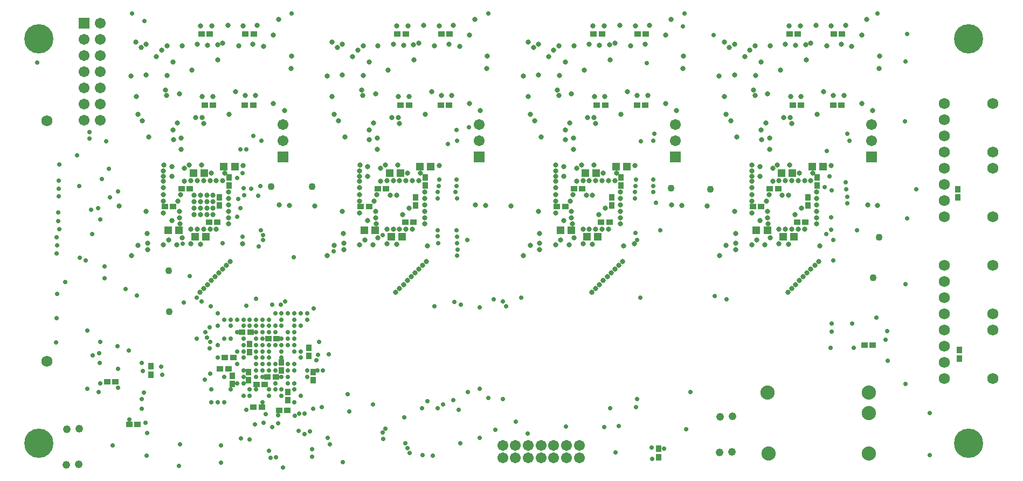
<source format=gbs>
%FSLAX24Y24*%
%MOIN*%
G70*
G01*
G75*
G04 Layer_Color=16711935*
G04 Layer_Color=16711935*
%ADD10R,0.0394X0.0433*%
%ADD11C,0.0197*%
%ADD12C,0.0177*%
%ADD13R,0.0433X0.0394*%
%ADD14R,0.0669X0.0177*%
%ADD15R,0.0669X0.0177*%
%ADD16R,0.0197X0.0591*%
%ADD17R,0.0630X0.0512*%
%ADD18R,0.3000X0.2900*%
%ADD19R,0.1500X0.0500*%
%ADD20R,0.0630X0.0709*%
%ADD21R,0.0866X0.0787*%
%ADD22R,0.0787X0.0866*%
%ADD23R,0.0945X0.1024*%
%ADD24R,0.0709X0.0630*%
%ADD25R,0.0748X0.0197*%
%ADD26R,0.0197X0.0748*%
%ADD27R,0.0551X0.0787*%
%ADD28R,0.1732X0.1441*%
%ADD29R,0.0827X0.0354*%
%ADD30R,0.0827X0.0354*%
%ADD31R,0.0276X0.0354*%
%ADD32R,0.0512X0.0630*%
%ADD33R,0.0807X0.0236*%
%ADD34R,0.0157X0.0846*%
%ADD35C,0.0090*%
%ADD36C,0.0070*%
%ADD37C,0.0060*%
%ADD38C,0.0160*%
%ADD39C,0.0120*%
%ADD40C,0.0100*%
%ADD41C,0.0080*%
%ADD42C,0.0300*%
%ADD43C,0.0250*%
%ADD44R,0.0591X0.0591*%
%ADD45C,0.0591*%
%ADD46C,0.0800*%
%ADD47C,0.0600*%
%ADD48C,0.1732*%
%ADD49C,0.1732*%
%ADD50C,0.0200*%
%ADD51C,0.0400*%
%ADD52C,0.0212*%
%ADD53C,0.0240*%
%ADD54C,0.0350*%
%ADD55R,0.0354X0.0276*%
%ADD56C,0.0140*%
%ADD57C,0.0098*%
%ADD58C,0.0079*%
%ADD59C,0.0200*%
%ADD60C,0.0050*%
%ADD61R,0.0474X0.0513*%
%ADD62C,0.0277*%
%ADD63C,0.0217*%
%ADD64R,0.0513X0.0474*%
%ADD65R,0.0749X0.0257*%
%ADD66R,0.0749X0.0257*%
%ADD67R,0.0277X0.0671*%
%ADD68R,0.0710X0.0592*%
%ADD69R,0.3080X0.2980*%
%ADD70R,0.1580X0.0580*%
%ADD71R,0.0710X0.0789*%
%ADD72R,0.0946X0.0867*%
%ADD73R,0.0867X0.0946*%
%ADD74R,0.1025X0.1104*%
%ADD75R,0.0789X0.0710*%
%ADD76R,0.0828X0.0277*%
%ADD77R,0.0277X0.0828*%
%ADD78R,0.0631X0.0867*%
%ADD79R,0.1812X0.1521*%
%ADD80R,0.0907X0.0434*%
%ADD81R,0.0907X0.0434*%
%ADD82R,0.0356X0.0434*%
%ADD83R,0.0592X0.0710*%
%ADD84R,0.0887X0.0316*%
%ADD85R,0.0237X0.0926*%
%ADD86R,0.0671X0.0671*%
%ADD87C,0.0671*%
%ADD88C,0.0880*%
%ADD89C,0.0680*%
%ADD90C,0.1812*%
%ADD91C,0.1812*%
%ADD92C,0.0280*%
%ADD93C,0.0480*%
%ADD94C,0.0292*%
%ADD95C,0.0320*%
%ADD96C,0.0430*%
%ADD97R,0.0434X0.0356*%
D64*
X32146Y45276D02*
D03*
X32815D02*
D03*
X33936Y49606D02*
D03*
X34606D02*
D03*
X30491Y45669D02*
D03*
X31161D02*
D03*
X32717Y49213D02*
D03*
X32047D02*
D03*
X44941Y45276D02*
D03*
X44272D02*
D03*
X46732Y49606D02*
D03*
X46062D02*
D03*
X43287Y45669D02*
D03*
X42617D02*
D03*
X44173Y49213D02*
D03*
X44843D02*
D03*
X56968D02*
D03*
X56299D02*
D03*
X54743Y45669D02*
D03*
X55413D02*
D03*
X58188Y49606D02*
D03*
X58858D02*
D03*
X56398Y45276D02*
D03*
X57067D02*
D03*
X69094Y49213D02*
D03*
X68425D02*
D03*
X66869Y45669D02*
D03*
X67539D02*
D03*
X70314Y49606D02*
D03*
X70984D02*
D03*
X68524Y45276D02*
D03*
X69193D02*
D03*
D82*
X29429Y37264D02*
D03*
Y36752D02*
D03*
X33661Y47716D02*
D03*
Y47204D02*
D03*
X34252Y48446D02*
D03*
Y48957D02*
D03*
X45787Y47204D02*
D03*
Y47716D02*
D03*
X46378Y48957D02*
D03*
Y48446D02*
D03*
X58504D02*
D03*
Y48957D02*
D03*
X57913Y47716D02*
D03*
Y47204D02*
D03*
X70630Y48446D02*
D03*
Y48957D02*
D03*
X70039Y47716D02*
D03*
Y47204D02*
D03*
X79331Y47696D02*
D03*
Y48208D02*
D03*
X79429Y37755D02*
D03*
Y38267D02*
D03*
X60827Y32165D02*
D03*
Y31653D02*
D03*
X37500Y37506D02*
D03*
Y36994D02*
D03*
X35512Y38130D02*
D03*
Y38642D02*
D03*
X34449Y36161D02*
D03*
Y36673D02*
D03*
X37894Y35689D02*
D03*
Y35177D02*
D03*
X39200Y38406D02*
D03*
Y37894D02*
D03*
X39450Y36906D02*
D03*
Y36394D02*
D03*
X35450Y36906D02*
D03*
Y36394D02*
D03*
D86*
X73978Y50200D02*
D03*
X61852D02*
D03*
X37600D02*
D03*
X49726D02*
D03*
X25295Y58465D02*
D03*
D87*
X73978Y51200D02*
D03*
Y52200D02*
D03*
X61852Y51200D02*
D03*
Y52200D02*
D03*
X37600Y51200D02*
D03*
Y52200D02*
D03*
X55906Y32382D02*
D03*
Y31594D02*
D03*
X55118Y32382D02*
D03*
Y31594D02*
D03*
X54331Y32382D02*
D03*
Y31594D02*
D03*
X53543Y32382D02*
D03*
Y31594D02*
D03*
X52756Y32382D02*
D03*
Y31594D02*
D03*
X51968Y32382D02*
D03*
Y31594D02*
D03*
X51181Y32382D02*
D03*
Y31594D02*
D03*
X49726Y52200D02*
D03*
Y51200D02*
D03*
X26295Y58465D02*
D03*
X25295Y57465D02*
D03*
X26295D02*
D03*
X25295Y56465D02*
D03*
X26295D02*
D03*
X25295Y55465D02*
D03*
X26295D02*
D03*
X25295Y54465D02*
D03*
X26295D02*
D03*
X25295Y53465D02*
D03*
X26295D02*
D03*
X25295Y52465D02*
D03*
X26295D02*
D03*
D88*
X73819Y31890D02*
D03*
Y34390D02*
D03*
Y35640D02*
D03*
X67569D02*
D03*
X67619Y31890D02*
D03*
D89*
X22972Y37573D02*
D03*
Y52427D02*
D03*
X81500Y36500D02*
D03*
Y39500D02*
D03*
X78500Y36500D02*
D03*
Y37500D02*
D03*
Y39500D02*
D03*
Y38500D02*
D03*
X81500Y46500D02*
D03*
Y49500D02*
D03*
X78500Y46500D02*
D03*
Y47500D02*
D03*
Y49500D02*
D03*
Y48500D02*
D03*
X81500Y40500D02*
D03*
Y43500D02*
D03*
X78500Y40500D02*
D03*
Y41500D02*
D03*
Y43500D02*
D03*
Y42500D02*
D03*
X81500Y50500D02*
D03*
Y53500D02*
D03*
X78500Y50500D02*
D03*
Y51500D02*
D03*
Y53500D02*
D03*
Y52500D02*
D03*
D90*
X80000Y32500D02*
D03*
D91*
Y57500D02*
D03*
X22500Y32500D02*
D03*
Y57500D02*
D03*
D92*
X22402Y56043D02*
D03*
X31811Y42835D02*
D03*
X31457Y41201D02*
D03*
X23740Y49744D02*
D03*
X23711Y48750D02*
D03*
X23719Y48250D02*
D03*
X23720Y47776D02*
D03*
X23740Y45748D02*
D03*
X23701Y46240D02*
D03*
Y46772D02*
D03*
X23583Y45236D02*
D03*
X23622Y44744D02*
D03*
X23583Y44232D02*
D03*
X23624Y41750D02*
D03*
X23589Y40250D02*
D03*
X23563Y38740D02*
D03*
X28041Y38258D02*
D03*
X28976Y35630D02*
D03*
X28839Y35236D02*
D03*
X28868Y37490D02*
D03*
X30049Y37234D02*
D03*
X28927Y36978D02*
D03*
X30118Y36752D02*
D03*
X26280Y38760D02*
D03*
X27362Y38504D02*
D03*
X26220Y38091D02*
D03*
X27382Y37106D02*
D03*
X26289Y36211D02*
D03*
X27392Y35955D02*
D03*
X26201Y35689D02*
D03*
X25807Y37933D02*
D03*
X26250Y37490D02*
D03*
X25492Y35866D02*
D03*
Y39488D02*
D03*
X36083Y44665D02*
D03*
X33839Y44862D02*
D03*
X36220Y45669D02*
D03*
X36339Y45374D02*
D03*
X34961Y47028D02*
D03*
X32874Y39035D02*
D03*
X32795Y39370D02*
D03*
X35200Y47858D02*
D03*
X36063Y47815D02*
D03*
X34764Y46496D02*
D03*
X34823Y47618D02*
D03*
X36201Y48406D02*
D03*
X35157Y48268D02*
D03*
X35630Y48228D02*
D03*
X47165Y45669D02*
D03*
X48327Y45669D02*
D03*
X36909Y41083D02*
D03*
X37461Y41063D02*
D03*
X37736Y41260D02*
D03*
X48366Y47638D02*
D03*
X48268Y48031D02*
D03*
X48346Y45276D02*
D03*
X48366Y44882D02*
D03*
X48386Y44488D02*
D03*
X48346Y44094D02*
D03*
X48307Y48425D02*
D03*
X48307Y48819D02*
D03*
X47244D02*
D03*
X47224Y48425D02*
D03*
X47146Y45295D02*
D03*
X47185Y44862D02*
D03*
X47165Y48031D02*
D03*
Y47638D02*
D03*
X60669Y47382D02*
D03*
X60472Y48031D02*
D03*
Y48425D02*
D03*
X60472Y48819D02*
D03*
X59409D02*
D03*
X59390Y48425D02*
D03*
X59370Y48031D02*
D03*
X59370Y47638D02*
D03*
X72500Y47343D02*
D03*
X72500Y47756D02*
D03*
X72421Y48209D02*
D03*
X72382Y48642D02*
D03*
X71535Y48150D02*
D03*
X71496Y46476D02*
D03*
X71201Y45453D02*
D03*
X71102Y48327D02*
D03*
X40433Y38012D02*
D03*
X39744Y37992D02*
D03*
X39705Y37008D02*
D03*
X71614Y43819D02*
D03*
X71476Y45709D02*
D03*
X39665Y37638D02*
D03*
X73071Y45669D02*
D03*
X71614Y45079D02*
D03*
X31161Y31102D02*
D03*
X29154Y31752D02*
D03*
X31219Y32442D02*
D03*
X29193Y33130D02*
D03*
X76181Y46398D02*
D03*
X76043Y52402D02*
D03*
X76083Y42343D02*
D03*
Y36181D02*
D03*
X74282Y40285D02*
D03*
X74862Y38917D02*
D03*
X72872Y38423D02*
D03*
X71535Y39921D02*
D03*
X33740Y32382D02*
D03*
X33760Y31299D02*
D03*
X27047Y32362D02*
D03*
X45433Y31909D02*
D03*
X52717Y33110D02*
D03*
X45276Y32205D02*
D03*
X50728Y33327D02*
D03*
X45138Y32520D02*
D03*
X55098Y33543D02*
D03*
X46220Y31772D02*
D03*
X46850Y31752D02*
D03*
X48543Y32520D02*
D03*
X49764Y32835D02*
D03*
X48110Y35177D02*
D03*
X51181Y41280D02*
D03*
X51378Y40984D02*
D03*
X59390Y45512D02*
D03*
X60925Y45669D02*
D03*
X35335Y41024D02*
D03*
X35925Y41457D02*
D03*
X46968Y40984D02*
D03*
X39390Y32126D02*
D03*
Y31673D02*
D03*
X59488Y45079D02*
D03*
X40039Y37008D02*
D03*
X59685Y41516D02*
D03*
X71459Y38423D02*
D03*
X74980Y37598D02*
D03*
X76752Y48209D02*
D03*
X74961Y39429D02*
D03*
X71510Y39423D02*
D03*
X43150Y34921D02*
D03*
X47480D02*
D03*
X47165Y34665D02*
D03*
X41693Y34488D02*
D03*
X32559Y41280D02*
D03*
X32264Y38976D02*
D03*
X32756Y36457D02*
D03*
X40354Y32854D02*
D03*
X49744Y40925D02*
D03*
Y35866D02*
D03*
X45098Y34094D02*
D03*
X37303Y33740D02*
D03*
X36909Y33504D02*
D03*
X43780Y32776D02*
D03*
X43760Y33169D02*
D03*
X46201Y34685D02*
D03*
X46535Y35118D02*
D03*
X50295Y35315D02*
D03*
X38917Y33071D02*
D03*
X36831Y31614D02*
D03*
X59488Y35256D02*
D03*
X59409Y34756D02*
D03*
X57815Y34665D02*
D03*
X57461Y33524D02*
D03*
X58169Y31929D02*
D03*
X58367Y33582D02*
D03*
X62520Y33386D02*
D03*
X29094Y33760D02*
D03*
X28071Y33977D02*
D03*
X60433Y31555D02*
D03*
X61162Y32165D02*
D03*
X60396Y32242D02*
D03*
X51201Y35256D02*
D03*
X51988Y33852D02*
D03*
X24134Y42461D02*
D03*
X26299Y46339D02*
D03*
X28248Y59075D02*
D03*
X62421D02*
D03*
X50295D02*
D03*
X38110D02*
D03*
X26654Y51161D02*
D03*
X26398Y48858D02*
D03*
X25630Y51339D02*
D03*
X25610Y51752D02*
D03*
X36240Y51201D02*
D03*
X48366D02*
D03*
X60492D02*
D03*
X72618D02*
D03*
X74350Y59075D02*
D03*
X26811Y49488D02*
D03*
X24852Y50305D02*
D03*
X26890Y47697D02*
D03*
X72480Y51654D02*
D03*
X59724Y51161D02*
D03*
X60551Y51654D02*
D03*
X49094Y52028D02*
D03*
X47776Y51004D02*
D03*
X35748Y51496D02*
D03*
X35098Y49213D02*
D03*
X34941Y50689D02*
D03*
X25374Y43819D02*
D03*
X26555Y43445D02*
D03*
X71378Y49016D02*
D03*
X71220Y50591D02*
D03*
X35315Y50669D02*
D03*
X34764Y48917D02*
D03*
X27402Y48091D02*
D03*
X24980Y48406D02*
D03*
X60098Y56004D02*
D03*
X62323Y58287D02*
D03*
X29016Y58622D02*
D03*
X25709Y46949D02*
D03*
X48307Y51890D02*
D03*
X43760Y45374D02*
D03*
X36339Y45079D02*
D03*
X35098Y45276D02*
D03*
X31378Y44843D02*
D03*
X26142Y47047D02*
D03*
X64213Y57736D02*
D03*
X25787Y45433D02*
D03*
X26555Y42717D02*
D03*
X25020Y43976D02*
D03*
X50610Y41398D02*
D03*
X64291Y41594D02*
D03*
X38268Y44016D02*
D03*
X27854Y42047D02*
D03*
X36516Y34311D02*
D03*
X35000Y32795D02*
D03*
X28839Y34626D02*
D03*
X28563Y41634D02*
D03*
X38583Y34350D02*
D03*
X38327Y34193D02*
D03*
X38543Y33268D02*
D03*
X35531Y32736D02*
D03*
X36732Y32047D02*
D03*
X62795Y35669D02*
D03*
X65020Y41398D02*
D03*
X52323Y41516D02*
D03*
X48583Y41083D02*
D03*
X49016Y35669D02*
D03*
X39252Y33228D02*
D03*
X37598Y31024D02*
D03*
X39980Y34744D02*
D03*
X36378Y33780D02*
D03*
X41594Y35531D02*
D03*
X32264Y41516D02*
D03*
X76181Y57815D02*
D03*
X76102Y56102D02*
D03*
X39823Y38780D02*
D03*
X77579Y34370D02*
D03*
X77598Y31772D02*
D03*
X40728Y44370D02*
D03*
X48976Y45079D02*
D03*
X48189Y41240D02*
D03*
X48465Y34567D02*
D03*
X40492Y32441D02*
D03*
X37165Y31634D02*
D03*
X35866Y33681D02*
D03*
X38937Y34331D02*
D03*
X37303Y34232D02*
D03*
X72774Y39923D02*
D03*
X43917Y33425D02*
D03*
X41280Y31339D02*
D03*
D93*
X65354Y31969D02*
D03*
X65374Y34173D02*
D03*
X64606Y34154D02*
D03*
X64587Y31949D02*
D03*
X24980Y33406D02*
D03*
X24961Y31201D02*
D03*
X24193Y31181D02*
D03*
X24213Y33386D02*
D03*
D94*
X33563Y40551D02*
D03*
Y37795D02*
D03*
X33091Y36811D02*
D03*
X35138Y36220D02*
D03*
Y35433D02*
D03*
Y36614D02*
D03*
X34744Y36220D02*
D03*
X34350Y35827D02*
D03*
X33169Y35039D02*
D03*
X33563D02*
D03*
X33130Y40984D02*
D03*
X34744Y40157D02*
D03*
X35138D02*
D03*
X35531D02*
D03*
X35925D02*
D03*
X34350D02*
D03*
X33957D02*
D03*
X33563Y39764D02*
D03*
X33051Y39685D02*
D03*
X34350Y39764D02*
D03*
X34744Y39370D02*
D03*
X34350Y38976D02*
D03*
X33957D02*
D03*
X33563Y38583D02*
D03*
X33051Y38386D02*
D03*
X33091Y38780D02*
D03*
X37106Y40551D02*
D03*
X37500D02*
D03*
X37894D02*
D03*
X38287D02*
D03*
X38681D02*
D03*
X36713Y40157D02*
D03*
X36319D02*
D03*
X35925Y39764D02*
D03*
X36319D02*
D03*
X37500Y40157D02*
D03*
X36713Y39764D02*
D03*
X39488Y40846D02*
D03*
X39075Y40551D02*
D03*
X37500Y39764D02*
D03*
X37106D02*
D03*
X37894Y39370D02*
D03*
X37500Y38976D02*
D03*
X37106Y38583D02*
D03*
X36713Y39370D02*
D03*
X38287D02*
D03*
X37894Y38976D02*
D03*
X38287D02*
D03*
X37894Y38583D02*
D03*
X38287D02*
D03*
Y38189D02*
D03*
X38681Y38189D02*
D03*
X38681Y37795D02*
D03*
X38287Y37402D02*
D03*
X37894D02*
D03*
X37500Y38583D02*
D03*
Y38189D02*
D03*
X37106Y37008D02*
D03*
X37500Y36614D02*
D03*
X37894Y36220D02*
D03*
X38287Y35827D02*
D03*
X39469Y34646D02*
D03*
X37894Y37008D02*
D03*
Y36614D02*
D03*
X38287Y36220D02*
D03*
Y37008D02*
D03*
X39075D02*
D03*
X35335Y34587D02*
D03*
X38287Y39764D02*
D03*
X38681D02*
D03*
X38287Y40157D02*
D03*
X39075D02*
D03*
X35138Y39764D02*
D03*
X37106Y39370D02*
D03*
Y35827D02*
D03*
X36713Y35433D02*
D03*
X37500D02*
D03*
Y35827D02*
D03*
X37106Y36220D02*
D03*
X36713Y35827D02*
D03*
X36319Y35039D02*
D03*
X35925Y35827D02*
D03*
X36319Y37795D02*
D03*
X36713D02*
D03*
X35925D02*
D03*
Y38189D02*
D03*
X36713D02*
D03*
X36319D02*
D03*
Y37795D02*
D03*
X35925Y37402D02*
D03*
X36713D02*
D03*
X36319D02*
D03*
X35138Y38976D02*
D03*
X34744Y37402D02*
D03*
Y38189D02*
D03*
X35138Y38583D02*
D03*
Y38189D02*
D03*
Y37795D02*
D03*
Y37008D02*
D03*
X35925Y36614D02*
D03*
X35925Y37008D02*
D03*
X36319D02*
D03*
X36713D02*
D03*
X36319Y36614D02*
D03*
X36713Y38583D02*
D03*
X36319Y38583D02*
D03*
X35925D02*
D03*
X35925Y38976D02*
D03*
X35925Y39370D02*
D03*
X36319D02*
D03*
X37500Y37795D02*
D03*
X37106Y37402D02*
D03*
X35531Y35827D02*
D03*
X36319Y38976D02*
D03*
X35531Y39764D02*
D03*
X38681Y35433D02*
D03*
X38287Y35039D02*
D03*
X35531Y35433D02*
D03*
X33957Y35039D02*
D03*
X33150Y35827D02*
D03*
X39075Y36614D02*
D03*
X33957D02*
D03*
D95*
X32677Y42087D02*
D03*
X32913Y42323D02*
D03*
X33150Y42559D02*
D03*
X33386Y42795D02*
D03*
X33622Y43032D02*
D03*
X33858Y43268D02*
D03*
X34094Y43504D02*
D03*
X34331Y43740D02*
D03*
X31890Y44843D02*
D03*
X35079Y44843D02*
D03*
X27441Y47165D02*
D03*
X37362Y47244D02*
D03*
X37992Y47205D02*
D03*
X37677Y53071D02*
D03*
X38071Y55669D02*
D03*
X38110Y56457D02*
D03*
X37323Y58701D02*
D03*
X33976Y49213D02*
D03*
X31181Y46850D02*
D03*
X30197Y46732D02*
D03*
X30709Y46260D02*
D03*
X33150Y49213D02*
D03*
X32559Y49724D02*
D03*
X35118Y49685D02*
D03*
X32480Y47835D02*
D03*
X31260Y47874D02*
D03*
X31181Y46457D02*
D03*
X31220Y46063D02*
D03*
X31890Y45748D02*
D03*
X32283D02*
D03*
X32677Y45748D02*
D03*
X33071Y45748D02*
D03*
X33465Y45748D02*
D03*
X34213Y46063D02*
D03*
Y46457D02*
D03*
Y46850D02*
D03*
X34213Y47244D02*
D03*
Y47638D02*
D03*
X34213Y48031D02*
D03*
X33858Y48740D02*
D03*
X33465Y48740D02*
D03*
X33071D02*
D03*
X32677Y48740D02*
D03*
X32283Y48740D02*
D03*
X31890D02*
D03*
X31496Y48701D02*
D03*
X31102Y47480D02*
D03*
X32480Y47441D02*
D03*
X33268Y46654D02*
D03*
X32874Y47047D02*
D03*
X32087Y46654D02*
D03*
X32480D02*
D03*
X32874D02*
D03*
X32087Y47047D02*
D03*
X32480D02*
D03*
X33268D02*
D03*
X32087Y47441D02*
D03*
X32874D02*
D03*
X33268D02*
D03*
Y47835D02*
D03*
X32874D02*
D03*
X32087D02*
D03*
X30197Y49016D02*
D03*
X29291Y51457D02*
D03*
X28898Y52441D02*
D03*
X30197Y48701D02*
D03*
X28622Y52835D02*
D03*
X30197Y48307D02*
D03*
X29134Y57165D02*
D03*
Y55276D02*
D03*
X29765Y56419D02*
D03*
X28189Y55197D02*
D03*
X30197Y47874D02*
D03*
Y47480D02*
D03*
X28819Y56968D02*
D03*
X30197Y49331D02*
D03*
X30394Y54016D02*
D03*
X35728Y57185D02*
D03*
X34843Y57087D02*
D03*
X34175Y58348D02*
D03*
X33858Y57244D02*
D03*
X33543Y57126D02*
D03*
X32915Y57124D02*
D03*
X32283Y57165D02*
D03*
X31970Y55592D02*
D03*
X30709Y49016D02*
D03*
X29213Y44488D02*
D03*
X30433Y55236D02*
D03*
X30315Y54331D02*
D03*
X29213Y44882D02*
D03*
X30079Y56811D02*
D03*
X30197Y44764D02*
D03*
X31339Y57087D02*
D03*
X30787Y56063D02*
D03*
Y51890D02*
D03*
X31181Y54094D02*
D03*
X31063Y52323D02*
D03*
X30217Y49705D02*
D03*
X29134Y46850D02*
D03*
X30807Y51280D02*
D03*
X36380Y57049D02*
D03*
X31299Y51378D02*
D03*
X30413Y57087D02*
D03*
X30709Y49606D02*
D03*
X34252Y52854D02*
D03*
X33563Y56201D02*
D03*
X31299Y50689D02*
D03*
X34646Y54232D02*
D03*
X31496Y49508D02*
D03*
X31791Y49705D02*
D03*
X32185Y52657D02*
D03*
X32579D02*
D03*
X32677Y52264D02*
D03*
X37000Y57750D02*
D03*
Y53500D02*
D03*
X28500Y57300D02*
D03*
X28506Y53944D02*
D03*
X32600Y53950D02*
D03*
X33250D02*
D03*
X35250Y54000D02*
D03*
X35900D02*
D03*
X32500Y58300D02*
D03*
X33200D02*
D03*
X35120Y58320D02*
D03*
X36000Y58350D02*
D03*
X32441Y41850D02*
D03*
X28622Y44744D02*
D03*
X32480Y44823D02*
D03*
X29193Y45472D02*
D03*
X28209Y44094D02*
D03*
X31024Y44783D02*
D03*
X31339Y45197D02*
D03*
X30512Y45079D02*
D03*
X39567Y47165D02*
D03*
X49488Y47244D02*
D03*
X49803Y53071D02*
D03*
X50236Y56457D02*
D03*
X50197Y55669D02*
D03*
X49449Y58701D02*
D03*
X40335Y44094D02*
D03*
X46535Y44724D02*
D03*
X50118Y47205D02*
D03*
X46339Y46063D02*
D03*
X45591Y45748D02*
D03*
X45197Y45748D02*
D03*
X44803Y45748D02*
D03*
X44409Y45748D02*
D03*
X44016D02*
D03*
X43346Y46063D02*
D03*
X46339Y46457D02*
D03*
X43307Y46457D02*
D03*
X46339Y46850D02*
D03*
X43307Y46850D02*
D03*
X46339Y47244D02*
D03*
Y47638D02*
D03*
X43386Y47874D02*
D03*
X46339Y48031D02*
D03*
X44606Y47835D02*
D03*
X44213D02*
D03*
X45984Y48740D02*
D03*
X45591Y48740D02*
D03*
X45197D02*
D03*
X44803Y48740D02*
D03*
X44409Y48740D02*
D03*
X44016D02*
D03*
X43622Y48701D02*
D03*
X42913Y51890D02*
D03*
Y56063D02*
D03*
X43425Y51378D02*
D03*
X48506Y57049D02*
D03*
X43425Y50689D02*
D03*
X46772Y54232D02*
D03*
X43622Y49508D02*
D03*
X45689Y56201D02*
D03*
X44311Y52657D02*
D03*
X45984Y57244D02*
D03*
X44803Y52264D02*
D03*
X45041Y57124D02*
D03*
X42343Y49705D02*
D03*
X42539Y57087D02*
D03*
X42835Y49606D02*
D03*
X43917Y49705D02*
D03*
X47854Y57185D02*
D03*
X44705Y52657D02*
D03*
X46968Y57087D02*
D03*
X44685Y49724D02*
D03*
X45669Y57126D02*
D03*
X47244Y49685D02*
D03*
X42323Y49331D02*
D03*
X42520Y54016D02*
D03*
X41417Y51457D02*
D03*
X42323Y49016D02*
D03*
X41024Y52441D02*
D03*
X42323Y48701D02*
D03*
X40748Y52835D02*
D03*
X42323Y48307D02*
D03*
X40315Y55197D02*
D03*
X40945Y56968D02*
D03*
X41260Y57165D02*
D03*
X42323Y47874D02*
D03*
X41260Y55276D02*
D03*
X41891Y56419D02*
D03*
X42323Y47480D02*
D03*
X41260Y46850D02*
D03*
X42933Y51280D02*
D03*
X43228Y47480D02*
D03*
X44409Y57165D02*
D03*
X42835Y46260D02*
D03*
X43189Y52323D02*
D03*
X41339Y44882D02*
D03*
X41339Y44488D02*
D03*
X42835Y49016D02*
D03*
X44096Y55592D02*
D03*
X42323Y44764D02*
D03*
X42205Y56811D02*
D03*
X42638Y45079D02*
D03*
X43307Y54094D02*
D03*
X43465Y45197D02*
D03*
X44016Y44843D02*
D03*
X44567Y41850D02*
D03*
X45039Y42323D02*
D03*
X45512Y42795D02*
D03*
X45984Y43268D02*
D03*
X46457Y43740D02*
D03*
X40748Y44744D02*
D03*
X42559Y55236D02*
D03*
X41319Y45472D02*
D03*
X42441Y54331D02*
D03*
X43150Y44783D02*
D03*
X43465Y57087D02*
D03*
X44606Y44823D02*
D03*
X44803Y42087D02*
D03*
X45276Y42559D02*
D03*
X45748Y43032D02*
D03*
X46220Y43504D02*
D03*
X49126Y57750D02*
D03*
X48126Y58350D02*
D03*
X47246Y58320D02*
D03*
X46301Y58348D02*
D03*
X45326Y58300D02*
D03*
X44626D02*
D03*
X40626Y57300D02*
D03*
X49126Y53500D02*
D03*
X48026Y54000D02*
D03*
X47376D02*
D03*
X46378Y52854D02*
D03*
X45376Y53950D02*
D03*
X44726D02*
D03*
X40631Y53944D02*
D03*
X45276Y49213D02*
D03*
X42323Y46732D02*
D03*
X46102Y49213D02*
D03*
X45394Y47047D02*
D03*
X45000Y46654D02*
D03*
X61252Y57750D02*
D03*
X55551Y51378D02*
D03*
X60252Y58350D02*
D03*
X56043Y49705D02*
D03*
X59980Y57185D02*
D03*
X55551Y50689D02*
D03*
X58898Y54232D02*
D03*
X59372Y58320D02*
D03*
X56831Y52657D02*
D03*
X59094Y57087D02*
D03*
X55748Y49508D02*
D03*
X57815Y56201D02*
D03*
X58427Y58348D02*
D03*
X56437Y52657D02*
D03*
X58110Y57244D02*
D03*
X56811Y49724D02*
D03*
X57795Y57126D02*
D03*
X57452Y58300D02*
D03*
X56929Y52264D02*
D03*
X57167Y57124D02*
D03*
X56752Y58300D02*
D03*
X55354Y47480D02*
D03*
X56535Y57165D02*
D03*
X53465Y44488D02*
D03*
X54961Y49016D02*
D03*
X56222Y55592D02*
D03*
X53445Y45472D02*
D03*
X54567Y54331D02*
D03*
X55276Y44783D02*
D03*
X55591Y57087D02*
D03*
X52874Y44744D02*
D03*
X54685Y55236D02*
D03*
X55039Y51890D02*
D03*
Y56063D02*
D03*
X54665Y57087D02*
D03*
X54961Y49606D02*
D03*
X54331Y56811D02*
D03*
X54764Y45079D02*
D03*
X54017Y56419D02*
D03*
X54449Y47480D02*
D03*
X53386Y57165D02*
D03*
X54449Y47874D02*
D03*
X53386Y55276D02*
D03*
X52441Y55197D02*
D03*
X53071Y56968D02*
D03*
X52752Y57300D02*
D03*
X61252Y53500D02*
D03*
X60152Y54000D02*
D03*
X59502D02*
D03*
X58504Y52854D02*
D03*
X57502Y53950D02*
D03*
X56852D02*
D03*
X53386Y46850D02*
D03*
X55059Y51280D02*
D03*
X54961Y46260D02*
D03*
X55315Y52323D02*
D03*
X55433Y54094D02*
D03*
X55591Y45197D02*
D03*
X54449Y49331D02*
D03*
X54646Y54016D02*
D03*
X53543Y51457D02*
D03*
X54449Y49016D02*
D03*
X53150Y52441D02*
D03*
X54449Y48701D02*
D03*
X52874Y52835D02*
D03*
X54449Y48307D02*
D03*
X52757Y53944D02*
D03*
X58465Y46063D02*
D03*
X57717Y45748D02*
D03*
X57323Y45748D02*
D03*
X56929Y45748D02*
D03*
X56535Y45748D02*
D03*
X56142D02*
D03*
X55472Y46063D02*
D03*
X58465Y46457D02*
D03*
X55433Y46457D02*
D03*
X58465Y46850D02*
D03*
X55433Y46850D02*
D03*
X58465Y47244D02*
D03*
Y47638D02*
D03*
X55512Y47874D02*
D03*
X58465Y48031D02*
D03*
X56732Y47835D02*
D03*
X56339D02*
D03*
X58110Y48740D02*
D03*
X57717Y48740D02*
D03*
X57323D02*
D03*
X56929Y48740D02*
D03*
X56535Y48740D02*
D03*
X56142D02*
D03*
X55748Y48701D02*
D03*
X54468Y49705D02*
D03*
X59370Y49685D02*
D03*
X53465Y44882D02*
D03*
X54449Y44764D02*
D03*
X56142Y44843D02*
D03*
X56693Y41850D02*
D03*
X57165Y42323D02*
D03*
X57638Y42795D02*
D03*
X58110Y43268D02*
D03*
X58583Y43740D02*
D03*
X52461Y44094D02*
D03*
X58661Y44724D02*
D03*
X59331Y44843D02*
D03*
X56732Y44823D02*
D03*
X56929Y42087D02*
D03*
X57402Y42559D02*
D03*
X57874Y43032D02*
D03*
X58346Y43504D02*
D03*
X62244Y47205D02*
D03*
X61575Y58701D02*
D03*
X62323Y55669D02*
D03*
X62362Y56457D02*
D03*
X61929Y53071D02*
D03*
X61614Y47244D02*
D03*
X51693Y47165D02*
D03*
X57126Y46654D02*
D03*
X57520Y47047D02*
D03*
X58228Y49213D02*
D03*
X54449Y46732D02*
D03*
X57402Y49213D02*
D03*
X73378Y57750D02*
D03*
X67677Y51378D02*
D03*
X72757Y57049D02*
D03*
X72378Y58350D02*
D03*
X68169Y49705D02*
D03*
X72106Y57185D02*
D03*
X67677Y50689D02*
D03*
X71024Y54232D02*
D03*
X71498Y58320D02*
D03*
X68957Y52657D02*
D03*
X71220Y57087D02*
D03*
X67874Y49508D02*
D03*
X69941Y56201D02*
D03*
X70553Y58348D02*
D03*
X68563Y52657D02*
D03*
X70236Y57244D02*
D03*
X68937Y49724D02*
D03*
X69921Y57126D02*
D03*
X69578Y58300D02*
D03*
X69055Y52264D02*
D03*
X69293Y57124D02*
D03*
X68878Y58300D02*
D03*
X67480Y47480D02*
D03*
X68661Y57165D02*
D03*
X65591Y44488D02*
D03*
X67087Y49016D02*
D03*
X68348Y55592D02*
D03*
X65571Y45472D02*
D03*
X66693Y54331D02*
D03*
X67402Y44783D02*
D03*
X67717Y57087D02*
D03*
X65000Y44744D02*
D03*
X66811Y55236D02*
D03*
X67165Y51890D02*
D03*
Y56063D02*
D03*
X66791Y57087D02*
D03*
X67087Y49606D02*
D03*
X66457Y56811D02*
D03*
X66890Y45079D02*
D03*
X66143Y56419D02*
D03*
X66575Y47480D02*
D03*
X65512Y57165D02*
D03*
X66575Y47874D02*
D03*
X65512Y55276D02*
D03*
X64567Y55197D02*
D03*
X65197Y56968D02*
D03*
X64878Y57300D02*
D03*
X73378Y53500D02*
D03*
X72278Y54000D02*
D03*
X71628D02*
D03*
X70630Y52854D02*
D03*
X69628Y53950D02*
D03*
X68978D02*
D03*
X65512Y46850D02*
D03*
X67185Y51280D02*
D03*
X67087Y46260D02*
D03*
X67441Y52323D02*
D03*
X67559Y54094D02*
D03*
X67717Y45197D02*
D03*
X66575Y49331D02*
D03*
X66772Y54016D02*
D03*
X65669Y51457D02*
D03*
X66575Y49016D02*
D03*
X65276Y52441D02*
D03*
X66575Y48701D02*
D03*
X65000Y52835D02*
D03*
X66575Y48307D02*
D03*
X64883Y53944D02*
D03*
X70591Y46063D02*
D03*
X69843Y45748D02*
D03*
X69449Y45748D02*
D03*
X69055Y45748D02*
D03*
X68661Y45748D02*
D03*
X68268D02*
D03*
X67598Y46063D02*
D03*
X70591Y46457D02*
D03*
X67559Y46457D02*
D03*
X70591Y46850D02*
D03*
X67559Y46850D02*
D03*
X70591Y47244D02*
D03*
Y47638D02*
D03*
X67638Y47874D02*
D03*
X70591Y48031D02*
D03*
X68858Y47835D02*
D03*
X68465D02*
D03*
X70236Y48740D02*
D03*
X69843Y48740D02*
D03*
X69449D02*
D03*
X69055Y48740D02*
D03*
X68661Y48740D02*
D03*
X68268D02*
D03*
X67874Y48701D02*
D03*
X66594Y49705D02*
D03*
X71496Y49685D02*
D03*
X65591Y44882D02*
D03*
X66575Y44764D02*
D03*
X68268Y44843D02*
D03*
X68819Y41850D02*
D03*
X69291Y42323D02*
D03*
X69764Y42795D02*
D03*
X70236Y43268D02*
D03*
X70709Y43740D02*
D03*
X64587Y44094D02*
D03*
X70787Y44724D02*
D03*
X68858Y44823D02*
D03*
X69055Y42087D02*
D03*
X69528Y42559D02*
D03*
X70000Y43032D02*
D03*
X70472Y43504D02*
D03*
X74370Y47205D02*
D03*
X73701Y58701D02*
D03*
X74449Y55669D02*
D03*
X74488Y56457D02*
D03*
X74055Y53071D02*
D03*
X73740Y47244D02*
D03*
X63819Y47165D02*
D03*
X69646Y47047D02*
D03*
X70354Y49213D02*
D03*
X66575Y46732D02*
D03*
X69528Y49213D02*
D03*
X69252Y46654D02*
D03*
D96*
X30551Y40650D02*
D03*
X30531Y43169D02*
D03*
X39390Y48386D02*
D03*
X36870Y48366D02*
D03*
X64016Y48209D02*
D03*
X61575Y48287D02*
D03*
X74449Y45256D02*
D03*
X74094Y42756D02*
D03*
D97*
X26713Y36319D02*
D03*
X27224D02*
D03*
X30787Y47146D02*
D03*
X30275D02*
D03*
X31320Y48228D02*
D03*
X31831D02*
D03*
X35738Y53400D02*
D03*
X35227D02*
D03*
X32744D02*
D03*
X33256D02*
D03*
X33056Y57800D02*
D03*
X32544D02*
D03*
X35262D02*
D03*
X35773D02*
D03*
X45138Y46161D02*
D03*
X45650D02*
D03*
X42401Y47146D02*
D03*
X42913D02*
D03*
X43957Y48228D02*
D03*
X43446D02*
D03*
X47388Y57800D02*
D03*
X47899D02*
D03*
X45182D02*
D03*
X44670D02*
D03*
X44870Y53400D02*
D03*
X45382D02*
D03*
X47864D02*
D03*
X47353D02*
D03*
X55571Y48228D02*
D03*
X56083D02*
D03*
X55039Y47146D02*
D03*
X54527D02*
D03*
X57776Y46161D02*
D03*
X57264D02*
D03*
X60025Y57800D02*
D03*
X59514D02*
D03*
X56796D02*
D03*
X57308D02*
D03*
X57508Y53400D02*
D03*
X56996D02*
D03*
X59479D02*
D03*
X59990D02*
D03*
X67697Y48228D02*
D03*
X68209D02*
D03*
X67165Y47146D02*
D03*
X66653D02*
D03*
X69902Y46161D02*
D03*
X69390D02*
D03*
X72151Y57800D02*
D03*
X71640D02*
D03*
X68922D02*
D03*
X69434D02*
D03*
X69634Y53400D02*
D03*
X69122D02*
D03*
X71605D02*
D03*
X72116D02*
D03*
X33012Y46161D02*
D03*
X33524D02*
D03*
X74056Y38583D02*
D03*
X73544D02*
D03*
X28071Y33661D02*
D03*
X28583D02*
D03*
X36456Y36150D02*
D03*
X35944D02*
D03*
X35059Y39370D02*
D03*
X35571D02*
D03*
X37185Y38976D02*
D03*
X36673D02*
D03*
X33701Y37106D02*
D03*
X34213D02*
D03*
X34508Y37795D02*
D03*
X33996D02*
D03*
X35768Y34744D02*
D03*
X36280D02*
D03*
X36634Y36614D02*
D03*
X37146D02*
D03*
X37343Y34528D02*
D03*
X37854D02*
D03*
M02*

</source>
